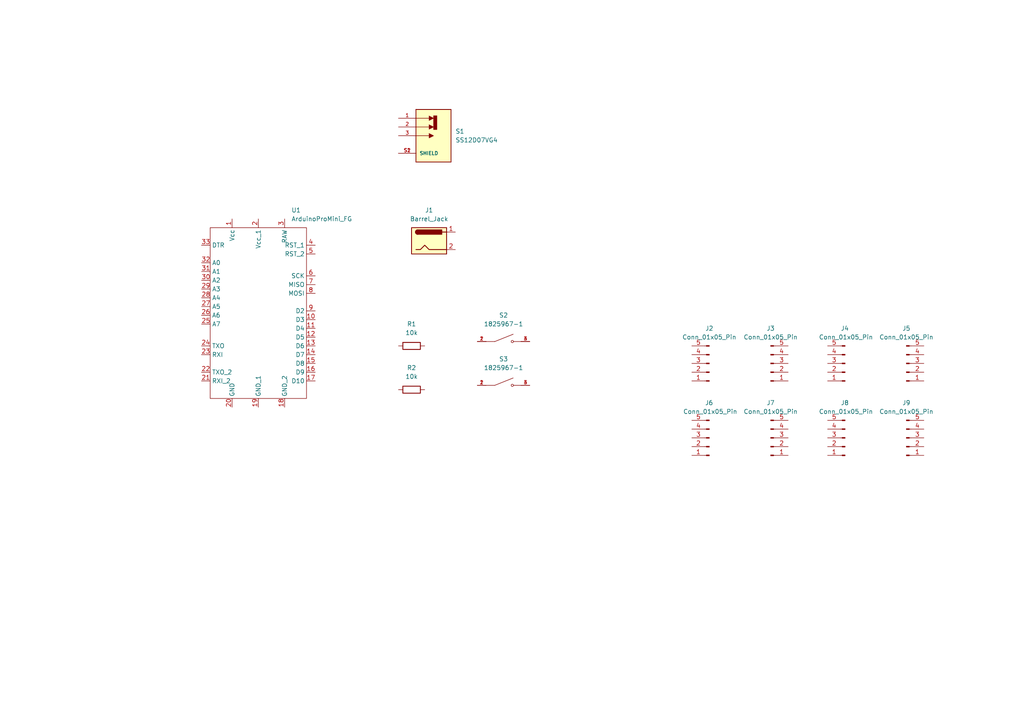
<source format=kicad_sch>
(kicad_sch (version 20230121) (generator eeschema)
  (paper "A4")
  (title_block (title "4x8x8 Led Matrix Display Clock") (date "2023-06-22") (rev "${design_version}") (company "Filippo Graziani"))
  (lib_symbols
    (symbol "1825967-1:1825967-1" (pin_names (offset 1.016))
      (property "Reference" "S" (at -2.54 2.54 0))
      (property "Value" "1825967-1" (at -2.54 -2.54 0))
      (symbol "1825967-1_0_0"
        (polyline (pts (xy -2.54 0) (xy -5.08 0)) (stroke (width 0.1524)))
        (polyline (pts (xy -2.54 0) (xy 2.794 2.1336)) (stroke (width 0.1524)))
        (polyline (pts (xy 5.08 0) (xy 2.921 0)) (stroke (width 0.1524)))
        (circle (center 2.54 0) (radius 0.3302) (stroke (width 0.1524)))
        (pin passive line (at -7.62 0 0) (length 2.54) (name "~") (number "1"))
        (pin passive line (at -7.62 0 0) (length 2.54) (name "~") (number "2"))
        (pin passive line (at 7.62 0 180) (length 2.54) (name "~") (number "3"))
        (pin passive line (at 7.62 0 180) (length 2.54) (name "~") (number "4"))
      )
    )
    (symbol "Connector:Barrel_Jack" (pin_names (offset 1.016))
      (property "Reference" "J" (at 0 5.334 0))
      (property "Value" "Barrel_Jack" (at 0 -5.08 0))
      (symbol "Barrel_Jack_0_1"
        (rectangle (start -5.08 3.81) (end 5.08 -3.81) (stroke (width 0.254)) (fill (type background)))
        (arc (start -3.302 3.175) (mid -3.9343 2.54) (end -3.302 1.905) (stroke (width 0.254)))
        (arc (start -3.302 3.175) (mid -3.9343 2.54) (end -3.302 1.905) (stroke (width 0.254)) (fill (type outline)))
        (polyline (pts (xy 5.08 2.54) (xy 3.81 2.54)) (stroke (width 0.254)))
        (polyline (pts (xy -3.81 -2.54) (xy -2.54 -2.54) (xy -1.27 -1.27) (xy 0 -2.54) (xy 2.54 -2.54) (xy 5.08 -2.54)) (stroke (width 0.254)))
        (rectangle (start 3.683 3.175) (end -3.302 1.905) (stroke (width 0.254)) (fill (type outline)))
      )
      (symbol "Barrel_Jack_1_1"
        (pin passive line (at 7.62 2.54 180) (length 2.54) (name "~") (number "1"))
        (pin passive line (at 7.62 -2.54 180) (length 2.54) (name "~") (number "2"))
      )
    )
    (symbol "Connector:Conn_01x05_Pin" (pin_names (offset 1.016) hide)
      (property "Reference" "J" (at 0 7.62 0))
      (property "Value" "Conn_01x05_Pin" (at 0 -7.62 0))
      (symbol "Conn_01x05_Pin_1_1"
        (polyline (pts (xy 1.27 -5.08) (xy 0.8636 -5.08)) (stroke (width 0.1524)))
        (polyline (pts (xy 1.27 -2.54) (xy 0.8636 -2.54)) (stroke (width 0.1524)))
        (polyline (pts (xy 1.27 0) (xy 0.8636 0)) (stroke (width 0.1524)))
        (polyline (pts (xy 1.27 2.54) (xy 0.8636 2.54)) (stroke (width 0.1524)))
        (polyline (pts (xy 1.27 5.08) (xy 0.8636 5.08)) (stroke (width 0.1524)))
        (rectangle (start 0.8636 -4.953) (end 0 -5.207) (stroke (width 0.1524)) (fill (type outline)))
        (rectangle (start 0.8636 -2.413) (end 0 -2.667) (stroke (width 0.1524)) (fill (type outline)))
        (rectangle (start 0.8636 0.127) (end 0 -0.127) (stroke (width 0.1524)) (fill (type outline)))
        (rectangle (start 0.8636 2.667) (end 0 2.413) (stroke (width 0.1524)) (fill (type outline)))
        (rectangle (start 0.8636 5.207) (end 0 4.953) (stroke (width 0.1524)) (fill (type outline)))
        (pin passive line (at 5.08 5.08 180) (length 3.81) (name "Pin_1") (number "1"))
        (pin passive line (at 5.08 2.54 180) (length 3.81) (name "Pin_2") (number "2"))
        (pin passive line (at 5.08 0 180) (length 3.81) (name "Pin_3") (number "3"))
        (pin passive line (at 5.08 -2.54 180) (length 3.81) (name "Pin_4") (number "4"))
        (pin passive line (at 5.08 -5.08 180) (length 3.81) (name "Pin_5") (number "5"))
      )
    )
    (symbol "Device:R" (pin_numbers hide) (pin_names (offset 0))
      (property "Reference" "R" (at 2.032 0 90))
      (property "Value" "R" (at 0 0 90))
      (symbol "R_0_1"
        (rectangle (start -1.016 -2.54) (end 1.016 2.54) (stroke (width 0.254)))
      )
      (symbol "R_1_1"
        (pin passive line (at 0 3.81 270) (length 1.27) (name "~") (number "1"))
        (pin passive line (at 0 -3.81 90) (length 1.27) (name "~") (number "2"))
      )
    )
    (symbol "SS12D07VG4:SS12D07VG4" (pin_names (offset 1.016))
      (property "Reference" "S" (at -5.08 8.89 0))
      (property "Value" "SS12D07VG4" (at -5.08 -8.89 0))
      (symbol "SS12D07VG4_0_0"
        (rectangle (start -5.08 -7.62) (end 5.08 7.62) (stroke (width 0.254)) (fill (type background)))
        (polyline (pts (xy -5.08 0) (xy -1.27 0)) (stroke (width 0.1524)))
        (polyline (pts (xy -5.08 2.54) (xy -1.27 2.54)) (stroke (width 0.1524)))
        (polyline (pts (xy -5.08 5.08) (xy -1.27 5.08)) (stroke (width 0.1524)))
        (polyline (pts (xy -1.27 0.635) (xy -1.27 -0.635) (xy 0 0) (xy -1.27 0.635)) (stroke (width 0.1524)) (fill (type outline)))
        (polyline (pts (xy -1.27 3.175) (xy -1.27 1.905) (xy 0 2.54) (xy -1.27 3.175)) (stroke (width 0.1524)) (fill (type outline)))
        (polyline (pts (xy -1.27 5.715) (xy -1.27 4.445) (xy 0 5.08) (xy -1.27 5.715)) (stroke (width 0.1524)) (fill (type outline)))
        (polyline (pts (xy 0 5.842) (xy 0 1.778) (xy 1.016 1.778) (xy 1.016 5.842) (xy 0 5.842)) (stroke (width 0.0254)) (fill (type outline)))
        (pin passive line (at -10.16 5.08 0) (length 5.08) (name "~") (number "1"))
        (pin passive line (at -10.16 2.54 0) (length 5.08) (name "~") (number "2"))
        (pin passive line (at -10.16 0 0) (length 5.08) (name "~") (number "3"))
        (pin passive line (at -10.16 -5.08 0) (length 5.08) (name "SHIELD") (number "S1"))
        (pin passive line (at -10.16 -5.08 0) (length 5.08) (name "SHIELD") (number "S2"))
      )
    )
    (symbol "SparkFun-Boards:ARDUINO_PRO_MINI" (pin_names (offset 1.016))
      (property "Reference" "B" (at -8.89 21.59 0))
      (property "Value" "ARDUINO_PRO_MINI" (at -8.89 -22.86 0))
      (property "Field4" "XXX-00000" (at 0 25.4 0))
      (symbol "ARDUINO_PRO_MINI_1_1"
        (polyline (pts (xy -8.89 20.32) (xy -8.89 -20.32) (xy 8.89 -20.32) (xy 8.89 20.32) (xy -8.89 20.32)) (fill (type background)))
        (pin bidirectional line (at -11.43 17.78 0) (length 2.54) (name "TXO") (number "1"))
        (pin bidirectional line (at -11.43 -5.08 0) (length 2.54) (name "7") (number "10"))
        (pin bidirectional line (at -11.43 -7.62 0) (length 2.54) (name "8") (number "11"))
        (pin bidirectional line (at -11.43 -10.16 0) (length 2.54) (name "*9") (number "12"))
        (pin bidirectional line (at 11.43 -10.16 180) (length 2.54) (name "*10") (number "13"))
        (pin bidirectional line (at 11.43 -7.62 180) (length 2.54) (name "*11") (number "14"))
        (pin bidirectional line (at 11.43 -5.08 180) (length 2.54) (name "12") (number "15"))
        (pin bidirectional line (at 11.43 -2.54 180) (length 2.54) (name "13") (number "16"))
        (pin bidirectional line (at 11.43 0 180) (length 2.54) (name "A0") (number "17"))
        (pin bidirectional line (at 11.43 2.54 180) (length 2.54) (name "A1") (number "18"))
        (pin bidirectional line (at 11.43 5.08 180) (length 2.54) (name "A2") (number "19"))
        (pin bidirectional line (at -11.43 15.24 0) (length 2.54) (name "RXI") (number "2"))
        (pin bidirectional line (at 11.43 7.62 180) (length 2.54) (name "A3") (number "20"))
        (pin power_in line (at 11.43 10.16 180) (length 2.54) (name "VCC") (number "21"))
        (pin bidirectional line (at 11.43 12.7 180) (length 2.54) (name "RST") (number "22"))
        (pin power_in line (at 11.43 15.24 180) (length 2.54) (name "GND") (number "23"))
        (pin power_in line (at 11.43 17.78 180) (length 2.54) (name "RAW") (number "24"))
        (pin bidirectional line (at -11.43 12.7 0) (length 2.54) (name "RST") (number "3"))
        (pin power_in line (at -11.43 10.16 0) (length 2.54) (name "GND") (number "4"))
        (pin bidirectional line (at -11.43 7.62 0) (length 2.54) (name "2") (number "5"))
        (pin bidirectional line (at -11.43 5.08 0) (length 2.54) (name "*3") (number "6"))
        (pin bidirectional line (at -11.43 2.54 0) (length 2.54) (name "4") (number "7"))
        (pin bidirectional line (at -11.43 0 0) (length 2.54) (name "*5") (number "8"))
        (pin bidirectional line (at -11.43 -2.54 0) (length 2.54) (name "*6") (number "9"))
        (pin bidirectional line (at -11.43 -15.24 0) (length 2.54) (name "A4") (number "A4"))
        (pin bidirectional line (at -11.43 -17.78 0) (length 2.54) (name "A5") (number "A5"))
        (pin bidirectional line (at 11.43 -17.78 180) (length 2.54) (name "A6") (number "A6"))
        (pin bidirectional line (at 11.43 -15.24 180) (length 2.54) (name "A7") (number "A7"))
      )
    )
    (symbol "filippo_arduino_pro_mini:ArduinoProMini_FG"
      (property "Reference" "U" (at 12.7 1.27 0))
      (property "Value" "ArduinoProMini_FG" (at -19.05 1.27 0))
      (symbol "ArduinoProMini_FG_0_1"
        (rectangle (start -13.97 0) (end 13.97 -49.53))
      )
      (symbol "ArduinoProMini_FG_1_1"
        (pin power_out line (at -7.62 2.54 270) (length 2.54) (name "Vcc") (number "1"))
        (pin bidirectional line (at 16.51 -26.67 180) (length 2.54) (name "D3") (number "10"))
        (pin bidirectional line (at 16.51 -29.21 180) (length 2.54) (name "D4") (number "11"))
        (pin bidirectional line (at 16.51 -31.75 180) (length 2.54) (name "D5") (number "12"))
        (pin bidirectional line (at 16.51 -34.29 180) (length 2.54) (name "D6") (number "13"))
        (pin bidirectional line (at 16.51 -36.83 180) (length 2.54) (name "D7") (number "14"))
        (pin bidirectional line (at 16.51 -39.37 180) (length 2.54) (name "D8") (number "15"))
        (pin bidirectional line (at 16.51 -41.91 180) (length 2.54) (name "D9") (number "16"))
        (pin bidirectional line (at 16.51 -44.45 180) (length 2.54) (name "D10") (number "17"))
        (pin power_in line (at 7.62 -52.07 90) (length 2.54) (name "GND_2") (number "18"))
        (pin power_in line (at 0 -52.07 90) (length 2.54) (name "GND_1") (number "19"))
        (pin power_in line (at 0 2.54 270) (length 2.54) (name "Vcc_1") (number "2"))
        (pin power_in line (at -7.62 -52.07 90) (length 2.54) (name "GND") (number "20"))
        (pin bidirectional line (at -16.51 -44.45 0) (length 2.54) (name "RXI_2") (number "21"))
        (pin bidirectional line (at -16.51 -41.91 0) (length 2.54) (name "TXO_2") (number "22"))
        (pin bidirectional line (at -16.51 -36.83 0) (length 2.54) (name "RXI") (number "23"))
        (pin bidirectional line (at -16.51 -34.29 0) (length 2.54) (name "TXO") (number "24"))
        (pin bidirectional line (at -16.4773 -27.9518 0) (length 2.54) (name "A7") (number "25"))
        (pin bidirectional line (at -16.51 -25.4 0) (length 2.54) (name "A6") (number "26"))
        (pin bidirectional line (at -16.4773 -22.8718 0) (length 2.54) (name "A5") (number "27"))
        (pin bidirectional line (at -16.4773 -20.3318 0) (length 2.54) (name "A4") (number "28"))
        (pin bidirectional line (at -16.4773 -17.7918 0) (length 2.54) (name "A3") (number "29"))
        (pin power_in line (at 7.62 2.54 270) (length 2.54) (name "RAW") (number "3"))
        (pin bidirectional line (at -16.4773 -15.2518 0) (length 2.54) (name "A2") (number "30"))
        (pin bidirectional line (at -16.4773 -12.7118 0) (length 2.54) (name "A1") (number "31"))
        (pin bidirectional line (at -16.4773 -10.1718 0) (length 2.54) (name "A0") (number "32"))
        (pin input line (at -16.51 -5.08 0) (length 2.54) (name "DTR") (number "33"))
        (pin input line (at 16.51 -5.08 180) (length 2.54) (name "RST_1") (number "4"))
        (pin input line (at 16.51 -7.62 180) (length 2.54) (name "RST_2") (number "5"))
        (pin bidirectional line (at 16.51 -13.97 180) (length 2.54) (name "SCK") (number "6"))
        (pin bidirectional line (at 16.51 -16.51 180) (length 2.54) (name "MISO") (number "7"))
        (pin bidirectional line (at 16.51 -19.05 180) (length 2.54) (name "MOSI") (number "8"))
        (pin bidirectional line (at 16.51 -24.13 180) (length 2.54) (name "D2") (number "9"))
      )
    )
  )
  (symbol (lib_id "Device:R") (at 119.38 100.33 90) (unit 1)
    (property "Reference" "R1" (at 119.38 93.98 90))
    (property "Value" "10k" (at 119.38 96.52 90))
    (property "Footprint" "Resistor_THT:R_Axial_DIN0204_L3.6mm_D1.6mm_P7.62mm_Horizontal" (effects hide))
  )
  (symbol (lib_id "Connector:Conn_01x05_Pin") (at 262.89 105.41 0) (mirror x) (unit 1)
    (property "Reference" "J5" (at 262.89 95.25 0))
    (property "Value" "Conn_01x05_Pin" (at 262.89 97.79 0))
    (property "Footprint" "Connector_PinHeader_2.54mm:PinHeader_1x05_P2.54mm_Vertical" (effects hide))
  )
  (symbol (lib_id "Connector:Conn_01x05_Pin") (at 262.89 127 0) (mirror x) (unit 1)
    (property "Reference" "J9" (at 262.89 116.84 0))
    (property "Value" "Conn_01x05_Pin" (at 262.89 119.38 0))
    (property "Footprint" "Connector_PinHeader_2.54mm:PinHeader_1x05_P2.54mm_Vertical" (effects hide))
  )
  (symbol (lib_id "1825967-1:1825967-1") (at 146.05 99.06 0) (unit 1)
    (property "Reference" "S2" (at 146.05 91.44 0))
    (property "Value" "1825967-1" (at 146.05 93.98 0))
    (property "Footprint" "SW_1825967-1" (effects hide))
    (property "Comment" "1825967-1" (effects hide))
  )
  (symbol (lib_id "Connector:Conn_01x05_Pin") (at 205.74 105.41 180) (unit 1)
    (property "Reference" "J2" (at 205.74 95.25 0))
    (property "Value" "Conn_01x05_Pin" (at 205.74 97.79 0))
    (property "Footprint" "Connector_PinHeader_2.54mm:PinHeader_1x05_P2.54mm_Vertical" (effects hide))
  )
  (symbol (lib_id "Connector:Conn_01x05_Pin") (at 205.74 127 180) (unit 1)
    (property "Reference" "J6" (at 204.47 116.84 0) (effects (justify right)))
    (property "Value" "Conn_01x05_Pin" (at 198.12 119.38 0) (effects (justify right)))
    (property "Footprint" "Connector_PinHeader_2.54mm:PinHeader_1x05_P2.54mm_Vertical" (effects hide))
  )
  (symbol (lib_id "Connector:Barrel_Jack") (at 124.46 69.85 0) (unit 1)
    (property "Reference" "J1" (at 124.46 60.96 0))
    (property "Value" "Barrel_Jack" (at 124.46 63.5 0))
    (property "Footprint" "Connector_BarrelJack:BarrelJack_Horizontal" (effects hide))
  )
  (symbol (lib_id "Connector:Conn_01x05_Pin") (at 245.11 127 180) (unit 1)
    (property "Reference" "J8" (at 243.84 116.84 0) (effects (justify right)))
    (property "Value" "Conn_01x05_Pin" (at 237.49 119.38 0) (effects (justify right)))
    (property "Footprint" "Connector_PinHeader_2.54mm:PinHeader_1x05_P2.54mm_Vertical" (effects hide))
  )
  (symbol (lib_id "filippo_arduino_pro_mini:ArduinoProMini_FG") (at 74.93 66.04 0) (unit 1)
    (property "Reference" "U1" (at 84.5059 60.96 0) (effects (justify left)))
    (property "Value" "ArduinoProMini_FG" (at 84.5059 63.5 0) (effects (justify left)))
    (property "Datasheet" "https://cdn.sparkfun.com/datasheets/Dev/Arduino/Boards/ProMini16MHzv1.pdf" (effects hide))
  )
  (symbol (lib_id "Connector:Conn_01x05_Pin") (at 223.52 105.41 0) (mirror x) (unit 1)
    (property "Reference" "J3" (at 223.52 95.25 0))
    (property "Value" "Conn_01x05_Pin" (at 223.52 97.79 0))
    (property "Footprint" "Connector_PinHeader_2.54mm:PinHeader_1x05_P2.54mm_Vertical" (effects hide))
  )
  (symbol (lib_id "1825967-1:1825967-1") (at 146.05 111.76 0) (unit 1)
    (property "Reference" "S3" (at 146.05 104.14 0))
    (property "Value" "1825967-1" (at 146.05 106.68 0))
    (property "Footprint" "SW_1825967-1" (effects hide))
    (property "Comment" "1825967-1" (effects hide))
  )
  (symbol (lib_id "Connector:Conn_01x05_Pin") (at 245.11 105.41 180) (unit 1)
    (property "Reference" "J4" (at 243.84 95.25 0) (effects (justify right)))
    (property "Value" "Conn_01x05_Pin" (at 237.49 97.79 0) (effects (justify right)))
    (property "Footprint" "Connector_PinHeader_2.54mm:PinHeader_1x05_P2.54mm_Vertical" (effects hide))
  )
  (symbol (lib_id "SS12D07VG4:SS12D07VG4") (at 125.73 39.37 0) (unit 1)
    (property "Reference" "S1" (at 132.08 38.1 0) (effects (justify left)))
    (property "Value" "SS12D07VG4" (at 132.08 40.64 0) (effects (justify left)))
    (property "Footprint" "SW_SS12D07VG4" (effects hide))
    (property "PARTREV" "1" (effects hide))
    (property "STANDARD" "Manufacturer Recommendations" (effects hide))
    (property "MAXIMUM_PACKAGE_HEIGHT" "8.7mm" (effects hide))
    (property "MANUFACTURER" "Shouhan" (effects hide))
  )
  (symbol (lib_id "Connector:Conn_01x05_Pin") (at 223.52 127 0) (mirror x) (unit 1)
    (property "Reference" "J7" (at 223.52 116.84 0))
    (property "Value" "Conn_01x05_Pin" (at 223.52 119.38 0))
    (property "Footprint" "Connector_PinHeader_2.54mm:PinHeader_1x05_P2.54mm_Vertical" (effects hide))
  )
  (symbol (lib_id "Device:R") (at 119.38 113.03 90) (unit 1)
    (property "Reference" "R2" (at 119.38 106.68 90))
    (property "Value" "10k" (at 119.38 109.22 90))
    (property "Footprint" "Resistor_THT:R_Axial_DIN0204_L3.6mm_D1.6mm_P7.62mm_Horizontal" (effects hide))
  )
)
</source>
